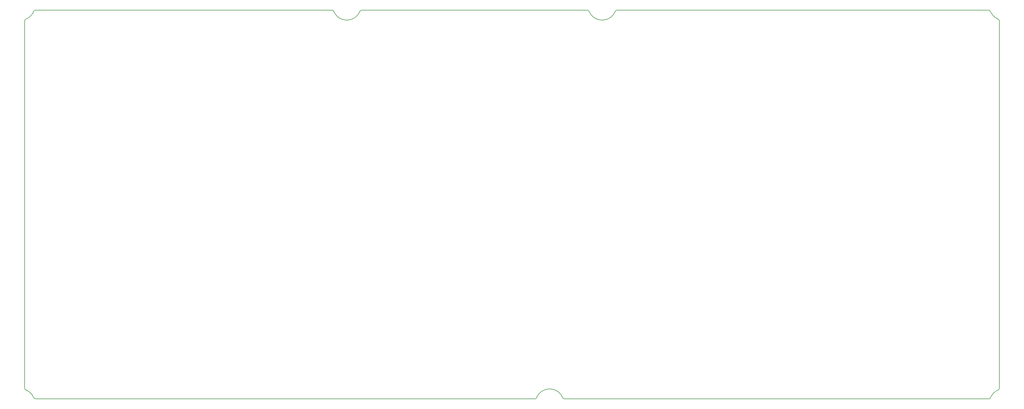
<source format=gbr>
G04 #@! TF.GenerationSoftware,KiCad,Pcbnew,(5.1.5)-3*
G04 #@! TF.CreationDate,2020-04-27T21:09:27+02:00*
G04 #@! TF.ProjectId,isometria-75-pcb-iso,69736f6d-6574-4726-9961-2d37352d7063,rev?*
G04 #@! TF.SameCoordinates,Original*
G04 #@! TF.FileFunction,Profile,NP*
%FSLAX46Y46*%
G04 Gerber Fmt 4.6, Leading zero omitted, Abs format (unit mm)*
G04 Created by KiCad (PCBNEW (5.1.5)-3) date 2020-04-27 21:09:27*
%MOMM*%
%LPD*%
G04 APERTURE LIST*
%ADD10C,0.200000*%
G04 APERTURE END LIST*
D10*
X295458275Y9185821D02*
X178221921Y9185821D01*
X178221921Y9185821D02*
X178039447Y9166037D01*
X178039447Y9166037D02*
X177887279Y9117193D01*
X177887279Y9117193D02*
X177756577Y9047125D01*
X177756577Y9047125D02*
X177644165Y8959301D01*
X177644165Y8959301D02*
X177548620Y8854695D01*
X177548620Y8854695D02*
X177469189Y8730679D01*
X177469189Y8730679D02*
X177445001Y8680633D01*
X299002607Y-110269863D02*
X299002607Y5641494D01*
X96694999Y8680633D02*
X96630575Y8541923D01*
X96630575Y8541923D02*
X96561206Y8405053D01*
X96561206Y8405053D02*
X96490040Y8275672D01*
X96490040Y8275672D02*
X96414937Y8149238D01*
X96414937Y8149238D02*
X96334598Y8023709D01*
X96334598Y8023709D02*
X96251847Y7903408D01*
X96251847Y7903408D02*
X96166968Y7788233D01*
X96166968Y7788233D02*
X96075505Y7672272D01*
X96075505Y7672272D02*
X95980472Y7559688D01*
X95980472Y7559688D02*
X95883666Y7452363D01*
X95883666Y7452363D02*
X95783611Y7348431D01*
X95783611Y7348431D02*
X95680399Y7247954D01*
X95680399Y7247954D02*
X95574127Y7150993D01*
X95574127Y7150993D02*
X95464896Y7057611D01*
X95464896Y7057611D02*
X95348887Y6964845D01*
X95348887Y6964845D02*
X95233933Y6878944D01*
X95233933Y6878944D02*
X95112213Y6794053D01*
X95112213Y6794053D02*
X94989846Y6714580D01*
X94989846Y6714580D02*
X94862787Y6637902D01*
X94862787Y6637902D02*
X94733199Y6565471D01*
X94733199Y6565471D02*
X94601191Y6497358D01*
X94601191Y6497358D02*
X94460094Y6430560D01*
X94460094Y6430560D02*
X94318868Y6369626D01*
X94318868Y6369626D02*
X94173078Y6312667D01*
X94173078Y6312667D02*
X94022745Y6260005D01*
X94022745Y6260005D02*
X93869696Y6212497D01*
X93869696Y6212497D02*
X93711002Y6169526D01*
X93711002Y6169526D02*
X93547280Y6131709D01*
X93547280Y6131709D02*
X93379199Y6099593D01*
X93379199Y6099593D02*
X93200551Y6072742D01*
X93200551Y6072742D02*
X93020118Y6053096D01*
X93020118Y6053096D02*
X92831696Y6040481D01*
X92831696Y6040481D02*
X92631457Y6035825D01*
X92631457Y6035825D02*
X92627594Y6035825D01*
X-6480000Y-113309000D02*
X-6408345Y-113438675D01*
X-6408345Y-113438675D02*
X-6318006Y-113551037D01*
X-6318006Y-113551037D02*
X-6210442Y-113646143D01*
X-6210442Y-113646143D02*
X-6085765Y-113723158D01*
X-6085765Y-113723158D02*
X-5942047Y-113779921D01*
X-5942047Y-113779921D02*
X-5772480Y-113811340D01*
X-5772480Y-113811340D02*
X-5703080Y-113814169D01*
X298497411Y-111046759D02*
X298627088Y-110975108D01*
X298627088Y-110975108D02*
X298739453Y-110884776D01*
X298739453Y-110884776D02*
X298834561Y-110777214D01*
X298834561Y-110777214D02*
X298911580Y-110652543D01*
X298911580Y-110652543D02*
X298968350Y-110508826D01*
X298968350Y-110508826D02*
X298999775Y-110339263D01*
X298999775Y-110339263D02*
X299002607Y-110269863D01*
X-5703080Y-113814169D02*
X151908267Y-113814169D01*
X152685187Y-113309000D02*
X152752967Y-113163376D01*
X152752967Y-113163376D02*
X152822555Y-113026656D01*
X152822555Y-113026656D02*
X152898994Y-112888622D01*
X152898994Y-112888622D02*
X152974567Y-112762547D01*
X152974567Y-112762547D02*
X153053967Y-112639486D01*
X153053967Y-112639486D02*
X153136734Y-112520015D01*
X153136734Y-112520015D02*
X153222344Y-112404654D01*
X153222344Y-112404654D02*
X153311005Y-112292897D01*
X153311005Y-112292897D02*
X153402990Y-112184296D01*
X153402990Y-112184296D02*
X153499905Y-112077088D01*
X153499905Y-112077088D02*
X153598319Y-111975034D01*
X153598319Y-111975034D02*
X153701584Y-111874618D01*
X153701584Y-111874618D02*
X153807907Y-111777718D01*
X153807907Y-111777718D02*
X153917187Y-111684397D01*
X153917187Y-111684397D02*
X154029331Y-111594722D01*
X154029331Y-111594722D02*
X154144238Y-111508757D01*
X154144238Y-111508757D02*
X154263861Y-111425181D01*
X154263861Y-111425181D02*
X154386140Y-111345572D01*
X154386140Y-111345572D02*
X154510972Y-111270000D01*
X154510972Y-111270000D02*
X154639348Y-111197943D01*
X154639348Y-111197943D02*
X154772327Y-111129024D01*
X154772327Y-111129024D02*
X154911049Y-111063021D01*
X154911049Y-111063021D02*
X155054421Y-111000828D01*
X155054421Y-111000828D02*
X155202435Y-110942762D01*
X155202435Y-110942762D02*
X155352701Y-110889935D01*
X155352701Y-110889935D02*
X155506288Y-110842082D01*
X155506288Y-110842082D02*
X155670391Y-110797584D01*
X155670391Y-110797584D02*
X155837811Y-110759037D01*
X155837811Y-110759037D02*
X156008437Y-110726685D01*
X156008437Y-110726685D02*
X156185279Y-110700376D01*
X156185279Y-110700376D02*
X156367666Y-110680795D01*
X156367666Y-110680795D02*
X156561272Y-110668276D01*
X156561272Y-110668276D02*
X156752594Y-110664188D01*
X168533268Y9185821D02*
X97471921Y9185821D01*
X-6480000Y7937500D02*
X-6480000Y7937500D01*
X-8742218Y-111046759D02*
X-8605375Y-111110283D01*
X-8605375Y-111110283D02*
X-8471153Y-111178208D01*
X-8471153Y-111178208D02*
X-8333381Y-111254022D01*
X-8333381Y-111254022D02*
X-8206841Y-111329408D01*
X-8206841Y-111329408D02*
X-8075127Y-111414102D01*
X-8075127Y-111414102D02*
X-7956402Y-111496251D01*
X-7956402Y-111496251D02*
X-7839287Y-111583064D01*
X-7839287Y-111583064D02*
X-7727656Y-111671554D01*
X-7727656Y-111671554D02*
X-7617800Y-111764548D01*
X-7617800Y-111764548D02*
X-7512516Y-111859637D01*
X-7512516Y-111859637D02*
X-7408652Y-111959692D01*
X-7408652Y-111959692D02*
X-7309718Y-112061316D01*
X-7309718Y-112061316D02*
X-7210368Y-112170240D01*
X-7210368Y-112170240D02*
X-7113875Y-112283368D01*
X-7113875Y-112283368D02*
X-7024547Y-112395335D01*
X-7024547Y-112395335D02*
X-6938324Y-112510881D01*
X-6938324Y-112510881D02*
X-6852666Y-112633947D01*
X-6852666Y-112633947D02*
X-6773196Y-112756640D01*
X-6773196Y-112756640D02*
X-6696861Y-112883497D01*
X-6696861Y-112883497D02*
X-6624639Y-113013110D01*
X-6624639Y-113013110D02*
X-6555905Y-113146832D01*
X-6555905Y-113146832D02*
X-6491217Y-113283928D01*
X-6491217Y-113283928D02*
X-6480000Y-113309000D01*
X177445001Y8680633D02*
X177380577Y8541923D01*
X177380577Y8541923D02*
X177311208Y8405053D01*
X177311208Y8405053D02*
X177240042Y8275672D01*
X177240042Y8275672D02*
X177164939Y8149237D01*
X177164939Y8149237D02*
X177084601Y8023708D01*
X177084601Y8023708D02*
X177001850Y7903406D01*
X177001850Y7903406D02*
X176916971Y7788231D01*
X176916971Y7788231D02*
X176825508Y7672270D01*
X176825508Y7672270D02*
X176730475Y7559686D01*
X176730475Y7559686D02*
X176633669Y7452361D01*
X176633669Y7452361D02*
X176533614Y7348429D01*
X176533614Y7348429D02*
X176430402Y7247952D01*
X176430402Y7247952D02*
X176324131Y7150991D01*
X176324131Y7150991D02*
X176214900Y7057609D01*
X176214900Y7057609D02*
X176098891Y6964843D01*
X176098891Y6964843D02*
X175983937Y6878942D01*
X175983937Y6878942D02*
X175862217Y6794051D01*
X175862217Y6794051D02*
X175739850Y6714578D01*
X175739850Y6714578D02*
X175612791Y6637900D01*
X175612791Y6637900D02*
X175483203Y6565469D01*
X175483203Y6565469D02*
X175351195Y6497356D01*
X175351195Y6497356D02*
X175210098Y6430558D01*
X175210098Y6430558D02*
X175068871Y6369624D01*
X175068871Y6369624D02*
X174923081Y6312665D01*
X174923081Y6312665D02*
X174772748Y6260003D01*
X174772748Y6260003D02*
X174619699Y6212494D01*
X174619699Y6212494D02*
X174461005Y6169523D01*
X174461005Y6169523D02*
X174297282Y6131706D01*
X174297282Y6131706D02*
X174129201Y6099590D01*
X174129201Y6099590D02*
X173950553Y6072739D01*
X173950553Y6072739D02*
X173770120Y6053093D01*
X173770120Y6053093D02*
X173581697Y6040478D01*
X173581697Y6040478D02*
X173381458Y6035822D01*
X173381458Y6035822D02*
X173377595Y6035822D01*
X-9247406Y-110269863D02*
X-9227822Y-110451388D01*
X-9227822Y-110451388D02*
X-9178959Y-110604050D01*
X-9178959Y-110604050D02*
X-9106627Y-110738344D01*
X-9106627Y-110738344D02*
X-9018296Y-110850369D01*
X-9018296Y-110850369D02*
X-8913238Y-110945463D01*
X-8913238Y-110945463D02*
X-8790318Y-111023580D01*
X-8790318Y-111023580D02*
X-8742218Y-111046759D01*
X97471921Y9185821D02*
X97289447Y9166037D01*
X97289447Y9166037D02*
X97137278Y9117193D01*
X97137278Y9117193D02*
X97006575Y9047125D01*
X97006575Y9047125D02*
X96894163Y8959301D01*
X96894163Y8959301D02*
X96798618Y8854695D01*
X96798618Y8854695D02*
X96719187Y8730679D01*
X96719187Y8730679D02*
X96694999Y8680633D01*
X298497411Y6418417D02*
X298360568Y6481939D01*
X298360568Y6481939D02*
X298226347Y6549864D01*
X298226347Y6549864D02*
X298088575Y6625677D01*
X298088575Y6625677D02*
X297962037Y6701062D01*
X297962037Y6701062D02*
X297838293Y6780441D01*
X297838293Y6780441D02*
X297717435Y6863730D01*
X297717435Y6863730D02*
X297597012Y6952777D01*
X297597012Y6952777D02*
X297484701Y7041692D01*
X297484701Y7041692D02*
X297372999Y7136196D01*
X297372999Y7136196D02*
X297267715Y7231285D01*
X297267715Y7231285D02*
X297163851Y7331339D01*
X297163851Y7331339D02*
X297064917Y7432962D01*
X297064917Y7432962D02*
X296965567Y7541885D01*
X296965567Y7541885D02*
X296869074Y7655011D01*
X296869074Y7655011D02*
X296779746Y7766977D01*
X296779746Y7766977D02*
X296693523Y7882522D01*
X296693523Y7882522D02*
X296607865Y8005587D01*
X296607865Y8005587D02*
X296528395Y8128279D01*
X296528395Y8128279D02*
X296452060Y8255135D01*
X296452060Y8255135D02*
X296379837Y8384746D01*
X296379837Y8384746D02*
X296311102Y8518467D01*
X296311102Y8518467D02*
X296246414Y8655561D01*
X296246414Y8655561D02*
X296235197Y8680633D01*
X296235197Y-113309000D02*
X296298719Y-113172157D01*
X296298719Y-113172157D02*
X296366642Y-113037934D01*
X296366642Y-113037934D02*
X296440860Y-112902941D01*
X296440860Y-112902941D02*
X296516158Y-112776341D01*
X296516158Y-112776341D02*
X296597218Y-112649875D01*
X296597218Y-112649875D02*
X296680507Y-112529015D01*
X296680507Y-112529015D02*
X296769554Y-112408592D01*
X296769554Y-112408592D02*
X296858469Y-112296280D01*
X296858469Y-112296280D02*
X296952972Y-112184575D01*
X296952972Y-112184575D02*
X297048061Y-112079290D01*
X297048061Y-112079290D02*
X297148115Y-111975425D01*
X297148115Y-111975425D02*
X297249738Y-111876490D01*
X297249738Y-111876490D02*
X297358661Y-111777139D01*
X297358661Y-111777139D02*
X297471788Y-111680645D01*
X297471788Y-111680645D02*
X297583754Y-111591316D01*
X297583754Y-111591316D02*
X297699299Y-111505092D01*
X297699299Y-111505092D02*
X297822364Y-111419433D01*
X297822364Y-111419433D02*
X297945056Y-111339961D01*
X297945056Y-111339961D02*
X298071912Y-111263625D01*
X298071912Y-111263625D02*
X298201523Y-111191401D01*
X298201523Y-111191401D02*
X298335244Y-111122666D01*
X298335244Y-111122666D02*
X298472339Y-111057976D01*
X298472339Y-111057976D02*
X298497411Y-111046759D01*
X-8742218Y6418417D02*
X-8871897Y6346763D01*
X-8871897Y6346763D02*
X-8984262Y6256426D01*
X-8984262Y6256426D02*
X-9079370Y6148862D01*
X-9079370Y6148862D02*
X-9156389Y6024185D01*
X-9156389Y6024185D02*
X-9213155Y5880465D01*
X-9213155Y5880465D02*
X-9244576Y5710896D01*
X-9244576Y5710896D02*
X-9247406Y5641494D01*
X87783266Y9185821D02*
X-5703080Y9185821D01*
X-5703080Y9185821D02*
X-5703080Y9185821D01*
X161596920Y-113814169D02*
X295458275Y-113814169D01*
X295458275Y-113814169D02*
X295458275Y-113814169D01*
X156752594Y-110664188D02*
X156950303Y-110668556D01*
X156950303Y-110668556D02*
X157142584Y-110681237D01*
X157142584Y-110681237D02*
X157325552Y-110701105D01*
X157325552Y-110701105D02*
X157501714Y-110727531D01*
X157501714Y-110727531D02*
X157672281Y-110760072D01*
X157672281Y-110760072D02*
X157836004Y-110797889D01*
X157836004Y-110797889D02*
X157994698Y-110840860D01*
X157994698Y-110840860D02*
X158147747Y-110888369D01*
X158147747Y-110888369D02*
X158298080Y-110941031D01*
X158298080Y-110941031D02*
X158443870Y-110997990D01*
X158443870Y-110997990D02*
X158585097Y-111058924D01*
X158585097Y-111058924D02*
X158726194Y-111125722D01*
X158726194Y-111125722D02*
X158858202Y-111193835D01*
X158858202Y-111193835D02*
X158987790Y-111266266D01*
X158987790Y-111266266D02*
X159112754Y-111341633D01*
X159112754Y-111341633D02*
X159235163Y-111421037D01*
X159235163Y-111421037D02*
X159354924Y-111504413D01*
X159354924Y-111504413D02*
X159469972Y-111590185D01*
X159469972Y-111590185D02*
X159582258Y-111679668D01*
X159582258Y-111679668D02*
X159691691Y-111772802D01*
X159691691Y-111772802D02*
X159799979Y-111871218D01*
X159799979Y-111871218D02*
X159902912Y-111971074D01*
X159902912Y-111971074D02*
X160001871Y-112073451D01*
X160001871Y-112073451D02*
X160100547Y-112182418D01*
X160100547Y-112182418D02*
X160192590Y-112290965D01*
X160192590Y-112290965D02*
X160281691Y-112403163D01*
X160281691Y-112403163D02*
X160371006Y-112523590D01*
X160371006Y-112523590D02*
X160454012Y-112643679D01*
X160454012Y-112643679D02*
X160534617Y-112768995D01*
X160534617Y-112768995D02*
X160609986Y-112895224D01*
X160609986Y-112895224D02*
X160683820Y-113028909D01*
X160683820Y-113028909D02*
X160751370Y-113161648D01*
X160751370Y-113161648D02*
X160815279Y-113298406D01*
X160815279Y-113298406D02*
X160820000Y-113309000D01*
X-5703080Y9185821D02*
X-5884610Y9166242D01*
X-5884610Y9166242D02*
X-6037277Y9117380D01*
X-6037277Y9117380D02*
X-6171575Y9045049D01*
X-6171575Y9045049D02*
X-6283603Y8956717D01*
X-6283603Y8956717D02*
X-6378700Y8851657D01*
X-6378700Y8851657D02*
X-6456820Y8728735D01*
X-6456820Y8728735D02*
X-6480000Y8680633D01*
X169310188Y8680633D02*
X169238534Y8810312D01*
X169238534Y8810312D02*
X169148198Y8922677D01*
X169148198Y8922677D02*
X169040634Y9017785D01*
X169040634Y9017785D02*
X168915957Y9094804D01*
X168915957Y9094804D02*
X168772237Y9151570D01*
X168772237Y9151570D02*
X168602669Y9182991D01*
X168602669Y9182991D02*
X168533268Y9185821D01*
X-9247406Y5641494D02*
X-9247406Y-110269863D01*
X295458275Y-113814169D02*
X295639805Y-113794593D01*
X295639805Y-113794593D02*
X295792470Y-113745733D01*
X295792470Y-113745733D02*
X295926767Y-113673405D01*
X295926767Y-113673405D02*
X296038796Y-113585077D01*
X296038796Y-113585077D02*
X296133894Y-113480020D01*
X296133894Y-113480020D02*
X296212016Y-113357100D01*
X296212016Y-113357100D02*
X296235197Y-113309000D01*
X151908267Y-113814169D02*
X152089796Y-113794592D01*
X152089796Y-113794592D02*
X152242461Y-113745732D01*
X152242461Y-113745732D02*
X152376758Y-113673404D01*
X152376758Y-113673404D02*
X152488786Y-113585076D01*
X152488786Y-113585076D02*
X152583884Y-113480020D01*
X152583884Y-113480020D02*
X152662006Y-113357100D01*
X152662006Y-113357100D02*
X152685187Y-113309000D01*
X88560188Y8680633D02*
X88488534Y8810312D01*
X88488534Y8810312D02*
X88398197Y8922677D01*
X88398197Y8922677D02*
X88290633Y9017785D01*
X88290633Y9017785D02*
X88165956Y9094804D01*
X88165956Y9094804D02*
X88022236Y9151570D01*
X88022236Y9151570D02*
X87852667Y9182991D01*
X87852667Y9182991D02*
X87783266Y9185821D01*
X92627594Y6035825D02*
X92429877Y6040193D01*
X92429877Y6040193D02*
X92238229Y6052818D01*
X92238229Y6052818D02*
X92055885Y6072580D01*
X92055885Y6072580D02*
X91879709Y6098956D01*
X91879709Y6098956D02*
X91705439Y6132228D01*
X91705439Y6132228D02*
X91536893Y6171359D01*
X91536893Y6171359D02*
X91377693Y6214770D01*
X91377693Y6214770D02*
X91220610Y6263928D01*
X91220610Y6263928D02*
X91070448Y6317003D01*
X91070448Y6317003D02*
X90924835Y6374361D01*
X90924835Y6374361D02*
X90781539Y6436712D01*
X90781539Y6436712D02*
X90640678Y6503972D01*
X90640678Y6503972D02*
X90508907Y6572522D01*
X90508907Y6572522D02*
X90379566Y6645380D01*
X90379566Y6645380D02*
X90254338Y6721489D01*
X90254338Y6721489D02*
X90131178Y6802011D01*
X90131178Y6802011D02*
X90013230Y6884749D01*
X90013230Y6884749D02*
X89896508Y6972424D01*
X89896508Y6972424D02*
X89785036Y7061957D01*
X89785036Y7061957D02*
X89677336Y7154277D01*
X89677336Y7154277D02*
X89571169Y7251361D01*
X89571169Y7251361D02*
X89469816Y7350195D01*
X89469816Y7350195D02*
X89371511Y7452363D01*
X89371511Y7452363D02*
X89276351Y7557809D01*
X89276351Y7557809D02*
X89184026Y7666949D01*
X89184026Y7666949D02*
X89092772Y7782257D01*
X89092772Y7782257D02*
X89007346Y7897780D01*
X89007346Y7897780D02*
X88924769Y8017410D01*
X88924769Y8017410D02*
X88845897Y8140092D01*
X88845897Y8140092D02*
X88766398Y8273467D01*
X88766398Y8273467D02*
X88695167Y8402798D01*
X88695167Y8402798D02*
X88623485Y8544230D01*
X88623485Y8544230D02*
X88560188Y8680633D01*
X173377595Y6035822D02*
X173179878Y6040190D01*
X173179878Y6040190D02*
X172988230Y6052815D01*
X172988230Y6052815D02*
X172805886Y6072577D01*
X172805886Y6072577D02*
X172629710Y6098953D01*
X172629710Y6098953D02*
X172455440Y6132225D01*
X172455440Y6132225D02*
X172286894Y6171356D01*
X172286894Y6171356D02*
X172127694Y6214767D01*
X172127694Y6214767D02*
X171970610Y6263926D01*
X171970610Y6263926D02*
X171820448Y6317001D01*
X171820448Y6317001D02*
X171674835Y6374359D01*
X171674835Y6374359D02*
X171531539Y6436710D01*
X171531539Y6436710D02*
X171390678Y6503970D01*
X171390678Y6503970D02*
X171258907Y6572520D01*
X171258907Y6572520D02*
X171129566Y6645378D01*
X171129566Y6645378D02*
X171004338Y6721487D01*
X171004338Y6721487D02*
X170881178Y6802009D01*
X170881178Y6802009D02*
X170763230Y6884747D01*
X170763230Y6884747D02*
X170646508Y6972422D01*
X170646508Y6972422D02*
X170535036Y7061955D01*
X170535036Y7061955D02*
X170427336Y7154275D01*
X170427336Y7154275D02*
X170321169Y7251359D01*
X170321169Y7251359D02*
X170219816Y7350193D01*
X170219816Y7350193D02*
X170121511Y7452361D01*
X170121511Y7452361D02*
X170026351Y7557807D01*
X170026351Y7557807D02*
X169934026Y7666947D01*
X169934026Y7666947D02*
X169842772Y7782255D01*
X169842772Y7782255D02*
X169757346Y7897778D01*
X169757346Y7897778D02*
X169674769Y8017409D01*
X169674769Y8017409D02*
X169595897Y8140091D01*
X169595897Y8140091D02*
X169516398Y8273467D01*
X169516398Y8273467D02*
X169445167Y8402798D01*
X169445167Y8402798D02*
X169373485Y8544230D01*
X169373485Y8544230D02*
X169310188Y8680633D01*
X-6480000Y8680633D02*
X-6543522Y8543790D01*
X-6543522Y8543790D02*
X-6611447Y8409569D01*
X-6611447Y8409569D02*
X-6687260Y8271797D01*
X-6687260Y8271797D02*
X-6762645Y8145258D01*
X-6762645Y8145258D02*
X-6842024Y8021514D01*
X-6842024Y8021514D02*
X-6925313Y7900655D01*
X-6925313Y7900655D02*
X-7014361Y7780232D01*
X-7014361Y7780232D02*
X-7103276Y7667921D01*
X-7103276Y7667921D02*
X-7197780Y7556219D01*
X-7197780Y7556219D02*
X-7292869Y7450935D01*
X-7292869Y7450935D02*
X-7392923Y7347071D01*
X-7392923Y7347071D02*
X-7494546Y7248137D01*
X-7494546Y7248137D02*
X-7603469Y7148787D01*
X-7603469Y7148787D02*
X-7716596Y7052294D01*
X-7716596Y7052294D02*
X-7828562Y6962966D01*
X-7828562Y6962966D02*
X-7944107Y6876743D01*
X-7944107Y6876743D02*
X-8067172Y6791085D01*
X-8067172Y6791085D02*
X-8189864Y6711615D01*
X-8189864Y6711615D02*
X-8316720Y6635280D01*
X-8316720Y6635280D02*
X-8446331Y6563057D01*
X-8446331Y6563057D02*
X-8580052Y6494322D01*
X-8580052Y6494322D02*
X-8717146Y6429634D01*
X-8717146Y6429634D02*
X-8742218Y6418417D01*
X299002607Y5641494D02*
X298983027Y5823026D01*
X298983027Y5823026D02*
X298934164Y5975694D01*
X298934164Y5975694D02*
X298861832Y6109992D01*
X298861832Y6109992D02*
X298773499Y6222020D01*
X298773499Y6222020D02*
X298668437Y6317117D01*
X298668437Y6317117D02*
X298545513Y6395237D01*
X298545513Y6395237D02*
X298497411Y6418417D01*
X296235197Y8680633D02*
X296163543Y8810312D01*
X296163543Y8810312D02*
X296073206Y8922677D01*
X296073206Y8922677D02*
X295965642Y9017785D01*
X295965642Y9017785D02*
X295840965Y9094804D01*
X295840965Y9094804D02*
X295697245Y9151570D01*
X295697245Y9151570D02*
X295527676Y9182991D01*
X295527676Y9182991D02*
X295458275Y9185821D01*
X160820000Y-113309000D02*
X160892049Y-113439273D01*
X160892049Y-113439273D02*
X160981164Y-113550175D01*
X160981164Y-113550175D02*
X161087467Y-113644588D01*
X161087467Y-113644588D02*
X161211378Y-113721713D01*
X161211378Y-113721713D02*
X161354287Y-113778840D01*
X161354287Y-113778840D02*
X161523635Y-113811015D01*
X161523635Y-113811015D02*
X161596920Y-113814169D01*
M02*

</source>
